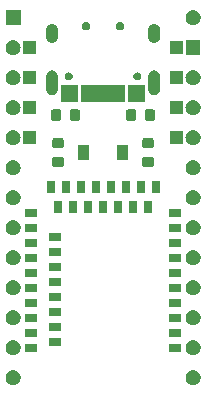
<source format=gts>
G04 #@! TF.GenerationSoftware,KiCad,Pcbnew,(5.1.6)-1*
G04 #@! TF.CreationDate,2020-06-11T17:33:57+01:00*
G04 #@! TF.ProjectId,nrfmicro,6e72666d-6963-4726-9f2e-6b696361645f,rev?*
G04 #@! TF.SameCoordinates,Original*
G04 #@! TF.FileFunction,Soldermask,Top*
G04 #@! TF.FilePolarity,Negative*
%FSLAX46Y46*%
G04 Gerber Fmt 4.6, Leading zero omitted, Abs format (unit mm)*
G04 Created by KiCad (PCBNEW (5.1.6)-1) date 2020-06-11 17:33:57*
%MOMM*%
%LPD*%
G01*
G04 APERTURE LIST*
%ADD10C,0.100000*%
G04 APERTURE END LIST*
D10*
G36*
X111607223Y-139682403D02*
G01*
X111665004Y-139706337D01*
X111722786Y-139730271D01*
X111826786Y-139799761D01*
X111915239Y-139888214D01*
X111984729Y-139992214D01*
X112032597Y-140107778D01*
X112057000Y-140230459D01*
X112057000Y-140355541D01*
X112032597Y-140478222D01*
X111984729Y-140593786D01*
X111915239Y-140697786D01*
X111826786Y-140786239D01*
X111722786Y-140855729D01*
X111665004Y-140879663D01*
X111607223Y-140903597D01*
X111484542Y-140928000D01*
X111359458Y-140928000D01*
X111236777Y-140903597D01*
X111178996Y-140879663D01*
X111121214Y-140855729D01*
X111017214Y-140786239D01*
X110928761Y-140697786D01*
X110859271Y-140593786D01*
X110811403Y-140478222D01*
X110787000Y-140355541D01*
X110787000Y-140230459D01*
X110811403Y-140107778D01*
X110859271Y-139992214D01*
X110928761Y-139888214D01*
X111017214Y-139799761D01*
X111121214Y-139730271D01*
X111178996Y-139706337D01*
X111236777Y-139682403D01*
X111359458Y-139658000D01*
X111484542Y-139658000D01*
X111607223Y-139682403D01*
G37*
G36*
X96367223Y-139682403D02*
G01*
X96425004Y-139706337D01*
X96482786Y-139730271D01*
X96586786Y-139799761D01*
X96675239Y-139888214D01*
X96744729Y-139992214D01*
X96792597Y-140107778D01*
X96817000Y-140230459D01*
X96817000Y-140355541D01*
X96792597Y-140478222D01*
X96744729Y-140593786D01*
X96675239Y-140697786D01*
X96586786Y-140786239D01*
X96482786Y-140855729D01*
X96425004Y-140879663D01*
X96367223Y-140903597D01*
X96244542Y-140928000D01*
X96119458Y-140928000D01*
X95996777Y-140903597D01*
X95938996Y-140879663D01*
X95881214Y-140855729D01*
X95777214Y-140786239D01*
X95688761Y-140697786D01*
X95619271Y-140593786D01*
X95571403Y-140478222D01*
X95547000Y-140355541D01*
X95547000Y-140230459D01*
X95571403Y-140107778D01*
X95619271Y-139992214D01*
X95688761Y-139888214D01*
X95777214Y-139799761D01*
X95881214Y-139730271D01*
X95938996Y-139706337D01*
X95996777Y-139682403D01*
X96119458Y-139658000D01*
X96244542Y-139658000D01*
X96367223Y-139682403D01*
G37*
G36*
X96367223Y-137142403D02*
G01*
X96425004Y-137166337D01*
X96482786Y-137190271D01*
X96586786Y-137259761D01*
X96675239Y-137348214D01*
X96744729Y-137452214D01*
X96792597Y-137567778D01*
X96817000Y-137690459D01*
X96817000Y-137815541D01*
X96792597Y-137938222D01*
X96744729Y-138053786D01*
X96675239Y-138157786D01*
X96586786Y-138246239D01*
X96482786Y-138315729D01*
X96425004Y-138339663D01*
X96367223Y-138363597D01*
X96244542Y-138388000D01*
X96119458Y-138388000D01*
X95996777Y-138363597D01*
X95938996Y-138339663D01*
X95881214Y-138315729D01*
X95777214Y-138246239D01*
X95688761Y-138157786D01*
X95619271Y-138053786D01*
X95571403Y-137938222D01*
X95547000Y-137815541D01*
X95547000Y-137690459D01*
X95571403Y-137567778D01*
X95619271Y-137452214D01*
X95688761Y-137348214D01*
X95777214Y-137259761D01*
X95881214Y-137190271D01*
X95938996Y-137166337D01*
X95996777Y-137142403D01*
X96119458Y-137118000D01*
X96244542Y-137118000D01*
X96367223Y-137142403D01*
G37*
G36*
X111607223Y-137142403D02*
G01*
X111665004Y-137166337D01*
X111722786Y-137190271D01*
X111826786Y-137259761D01*
X111915239Y-137348214D01*
X111984729Y-137452214D01*
X112032597Y-137567778D01*
X112057000Y-137690459D01*
X112057000Y-137815541D01*
X112032597Y-137938222D01*
X111984729Y-138053786D01*
X111915239Y-138157786D01*
X111826786Y-138246239D01*
X111722786Y-138315729D01*
X111665004Y-138339663D01*
X111607223Y-138363597D01*
X111484542Y-138388000D01*
X111359458Y-138388000D01*
X111236777Y-138363597D01*
X111178996Y-138339663D01*
X111121214Y-138315729D01*
X111017214Y-138246239D01*
X110928761Y-138157786D01*
X110859271Y-138053786D01*
X110811403Y-137938222D01*
X110787000Y-137815541D01*
X110787000Y-137690459D01*
X110811403Y-137567778D01*
X110859271Y-137452214D01*
X110928761Y-137348214D01*
X111017214Y-137259761D01*
X111121214Y-137190271D01*
X111178996Y-137166337D01*
X111236777Y-137142403D01*
X111359458Y-137118000D01*
X111484542Y-137118000D01*
X111607223Y-137142403D01*
G37*
G36*
X98183000Y-138138000D02*
G01*
X97183000Y-138138000D01*
X97183000Y-137488000D01*
X98183000Y-137488000D01*
X98183000Y-138138000D01*
G37*
G36*
X110421000Y-138138000D02*
G01*
X109421000Y-138138000D01*
X109421000Y-137488000D01*
X110421000Y-137488000D01*
X110421000Y-138138000D01*
G37*
G36*
X100261000Y-137630000D02*
G01*
X99261000Y-137630000D01*
X99261000Y-136980000D01*
X100261000Y-136980000D01*
X100261000Y-137630000D01*
G37*
G36*
X98183000Y-136868000D02*
G01*
X97183000Y-136868000D01*
X97183000Y-136218000D01*
X98183000Y-136218000D01*
X98183000Y-136868000D01*
G37*
G36*
X110421000Y-136868000D02*
G01*
X109421000Y-136868000D01*
X109421000Y-136218000D01*
X110421000Y-136218000D01*
X110421000Y-136868000D01*
G37*
G36*
X100261000Y-136360000D02*
G01*
X99261000Y-136360000D01*
X99261000Y-135710000D01*
X100261000Y-135710000D01*
X100261000Y-136360000D01*
G37*
G36*
X96367223Y-134602403D02*
G01*
X96425004Y-134626337D01*
X96482786Y-134650271D01*
X96586786Y-134719761D01*
X96675239Y-134808214D01*
X96744729Y-134912214D01*
X96792597Y-135027778D01*
X96817000Y-135150459D01*
X96817000Y-135275541D01*
X96792597Y-135398222D01*
X96744729Y-135513786D01*
X96675239Y-135617786D01*
X96586786Y-135706239D01*
X96482786Y-135775729D01*
X96425004Y-135799663D01*
X96367223Y-135823597D01*
X96244542Y-135848000D01*
X96119458Y-135848000D01*
X95996777Y-135823597D01*
X95938996Y-135799663D01*
X95881214Y-135775729D01*
X95777214Y-135706239D01*
X95688761Y-135617786D01*
X95619271Y-135513786D01*
X95571403Y-135398222D01*
X95547000Y-135275541D01*
X95547000Y-135150459D01*
X95571403Y-135027778D01*
X95619271Y-134912214D01*
X95688761Y-134808214D01*
X95777214Y-134719761D01*
X95881214Y-134650271D01*
X95938996Y-134626337D01*
X95996777Y-134602403D01*
X96119458Y-134578000D01*
X96244542Y-134578000D01*
X96367223Y-134602403D01*
G37*
G36*
X111607223Y-134602403D02*
G01*
X111665004Y-134626337D01*
X111722786Y-134650271D01*
X111826786Y-134719761D01*
X111915239Y-134808214D01*
X111984729Y-134912214D01*
X112032597Y-135027778D01*
X112057000Y-135150459D01*
X112057000Y-135275541D01*
X112032597Y-135398222D01*
X111984729Y-135513786D01*
X111915239Y-135617786D01*
X111826786Y-135706239D01*
X111722786Y-135775729D01*
X111665004Y-135799663D01*
X111607223Y-135823597D01*
X111484542Y-135848000D01*
X111359458Y-135848000D01*
X111236777Y-135823597D01*
X111178996Y-135799663D01*
X111121214Y-135775729D01*
X111017214Y-135706239D01*
X110928761Y-135617786D01*
X110859271Y-135513786D01*
X110811403Y-135398222D01*
X110787000Y-135275541D01*
X110787000Y-135150459D01*
X110811403Y-135027778D01*
X110859271Y-134912214D01*
X110928761Y-134808214D01*
X111017214Y-134719761D01*
X111121214Y-134650271D01*
X111178996Y-134626337D01*
X111236777Y-134602403D01*
X111359458Y-134578000D01*
X111484542Y-134578000D01*
X111607223Y-134602403D01*
G37*
G36*
X98183000Y-135598000D02*
G01*
X97183000Y-135598000D01*
X97183000Y-134948000D01*
X98183000Y-134948000D01*
X98183000Y-135598000D01*
G37*
G36*
X110421000Y-135598000D02*
G01*
X109421000Y-135598000D01*
X109421000Y-134948000D01*
X110421000Y-134948000D01*
X110421000Y-135598000D01*
G37*
G36*
X100261000Y-135090000D02*
G01*
X99261000Y-135090000D01*
X99261000Y-134440000D01*
X100261000Y-134440000D01*
X100261000Y-135090000D01*
G37*
G36*
X110421000Y-134328000D02*
G01*
X109421000Y-134328000D01*
X109421000Y-133678000D01*
X110421000Y-133678000D01*
X110421000Y-134328000D01*
G37*
G36*
X98183000Y-134328000D02*
G01*
X97183000Y-134328000D01*
X97183000Y-133678000D01*
X98183000Y-133678000D01*
X98183000Y-134328000D01*
G37*
G36*
X100261000Y-133820000D02*
G01*
X99261000Y-133820000D01*
X99261000Y-133170000D01*
X100261000Y-133170000D01*
X100261000Y-133820000D01*
G37*
G36*
X96367223Y-132062403D02*
G01*
X96425004Y-132086337D01*
X96482786Y-132110271D01*
X96586786Y-132179761D01*
X96675239Y-132268214D01*
X96744729Y-132372214D01*
X96792597Y-132487778D01*
X96817000Y-132610459D01*
X96817000Y-132735541D01*
X96792597Y-132858222D01*
X96744729Y-132973786D01*
X96675239Y-133077786D01*
X96586786Y-133166239D01*
X96482786Y-133235729D01*
X96425004Y-133259663D01*
X96367223Y-133283597D01*
X96244542Y-133308000D01*
X96119458Y-133308000D01*
X95996777Y-133283597D01*
X95938996Y-133259663D01*
X95881214Y-133235729D01*
X95777214Y-133166239D01*
X95688761Y-133077786D01*
X95619271Y-132973786D01*
X95571403Y-132858222D01*
X95547000Y-132735541D01*
X95547000Y-132610459D01*
X95571403Y-132487778D01*
X95619271Y-132372214D01*
X95688761Y-132268214D01*
X95777214Y-132179761D01*
X95881214Y-132110271D01*
X95938996Y-132086337D01*
X95996777Y-132062403D01*
X96119458Y-132038000D01*
X96244542Y-132038000D01*
X96367223Y-132062403D01*
G37*
G36*
X111607223Y-132062403D02*
G01*
X111665004Y-132086337D01*
X111722786Y-132110271D01*
X111826786Y-132179761D01*
X111915239Y-132268214D01*
X111984729Y-132372214D01*
X112032597Y-132487778D01*
X112057000Y-132610459D01*
X112057000Y-132735541D01*
X112032597Y-132858222D01*
X111984729Y-132973786D01*
X111915239Y-133077786D01*
X111826786Y-133166239D01*
X111722786Y-133235729D01*
X111665004Y-133259663D01*
X111607223Y-133283597D01*
X111484542Y-133308000D01*
X111359458Y-133308000D01*
X111236777Y-133283597D01*
X111178996Y-133259663D01*
X111121214Y-133235729D01*
X111017214Y-133166239D01*
X110928761Y-133077786D01*
X110859271Y-132973786D01*
X110811403Y-132858222D01*
X110787000Y-132735541D01*
X110787000Y-132610459D01*
X110811403Y-132487778D01*
X110859271Y-132372214D01*
X110928761Y-132268214D01*
X111017214Y-132179761D01*
X111121214Y-132110271D01*
X111178996Y-132086337D01*
X111236777Y-132062403D01*
X111359458Y-132038000D01*
X111484542Y-132038000D01*
X111607223Y-132062403D01*
G37*
G36*
X98183000Y-133058000D02*
G01*
X97183000Y-133058000D01*
X97183000Y-132408000D01*
X98183000Y-132408000D01*
X98183000Y-133058000D01*
G37*
G36*
X110421000Y-133058000D02*
G01*
X109421000Y-133058000D01*
X109421000Y-132408000D01*
X110421000Y-132408000D01*
X110421000Y-133058000D01*
G37*
G36*
X100261000Y-132550000D02*
G01*
X99261000Y-132550000D01*
X99261000Y-131900000D01*
X100261000Y-131900000D01*
X100261000Y-132550000D01*
G37*
G36*
X110421000Y-131788000D02*
G01*
X109421000Y-131788000D01*
X109421000Y-131138000D01*
X110421000Y-131138000D01*
X110421000Y-131788000D01*
G37*
G36*
X98183000Y-131788000D02*
G01*
X97183000Y-131788000D01*
X97183000Y-131138000D01*
X98183000Y-131138000D01*
X98183000Y-131788000D01*
G37*
G36*
X100261000Y-131280000D02*
G01*
X99261000Y-131280000D01*
X99261000Y-130630000D01*
X100261000Y-130630000D01*
X100261000Y-131280000D01*
G37*
G36*
X111607223Y-129522403D02*
G01*
X111665004Y-129546337D01*
X111722786Y-129570271D01*
X111826786Y-129639761D01*
X111915239Y-129728214D01*
X111984729Y-129832214D01*
X112032597Y-129947778D01*
X112057000Y-130070459D01*
X112057000Y-130195541D01*
X112032597Y-130318222D01*
X111984729Y-130433786D01*
X111915239Y-130537786D01*
X111826786Y-130626239D01*
X111722786Y-130695729D01*
X111665004Y-130719663D01*
X111607223Y-130743597D01*
X111484542Y-130768000D01*
X111359458Y-130768000D01*
X111236777Y-130743597D01*
X111178996Y-130719663D01*
X111121214Y-130695729D01*
X111017214Y-130626239D01*
X110928761Y-130537786D01*
X110859271Y-130433786D01*
X110811403Y-130318222D01*
X110787000Y-130195541D01*
X110787000Y-130070459D01*
X110811403Y-129947778D01*
X110859271Y-129832214D01*
X110928761Y-129728214D01*
X111017214Y-129639761D01*
X111121214Y-129570271D01*
X111178996Y-129546337D01*
X111236777Y-129522403D01*
X111359458Y-129498000D01*
X111484542Y-129498000D01*
X111607223Y-129522403D01*
G37*
G36*
X96367223Y-129522403D02*
G01*
X96425004Y-129546337D01*
X96482786Y-129570271D01*
X96586786Y-129639761D01*
X96675239Y-129728214D01*
X96744729Y-129832214D01*
X96792597Y-129947778D01*
X96817000Y-130070459D01*
X96817000Y-130195541D01*
X96792597Y-130318222D01*
X96744729Y-130433786D01*
X96675239Y-130537786D01*
X96586786Y-130626239D01*
X96482786Y-130695729D01*
X96425004Y-130719663D01*
X96367223Y-130743597D01*
X96244542Y-130768000D01*
X96119458Y-130768000D01*
X95996777Y-130743597D01*
X95938996Y-130719663D01*
X95881214Y-130695729D01*
X95777214Y-130626239D01*
X95688761Y-130537786D01*
X95619271Y-130433786D01*
X95571403Y-130318222D01*
X95547000Y-130195541D01*
X95547000Y-130070459D01*
X95571403Y-129947778D01*
X95619271Y-129832214D01*
X95688761Y-129728214D01*
X95777214Y-129639761D01*
X95881214Y-129570271D01*
X95938996Y-129546337D01*
X95996777Y-129522403D01*
X96119458Y-129498000D01*
X96244542Y-129498000D01*
X96367223Y-129522403D01*
G37*
G36*
X98183000Y-130518000D02*
G01*
X97183000Y-130518000D01*
X97183000Y-129868000D01*
X98183000Y-129868000D01*
X98183000Y-130518000D01*
G37*
G36*
X110421000Y-130518000D02*
G01*
X109421000Y-130518000D01*
X109421000Y-129868000D01*
X110421000Y-129868000D01*
X110421000Y-130518000D01*
G37*
G36*
X100261000Y-130010000D02*
G01*
X99261000Y-130010000D01*
X99261000Y-129360000D01*
X100261000Y-129360000D01*
X100261000Y-130010000D01*
G37*
G36*
X110421000Y-129248000D02*
G01*
X109421000Y-129248000D01*
X109421000Y-128598000D01*
X110421000Y-128598000D01*
X110421000Y-129248000D01*
G37*
G36*
X98183000Y-129248000D02*
G01*
X97183000Y-129248000D01*
X97183000Y-128598000D01*
X98183000Y-128598000D01*
X98183000Y-129248000D01*
G37*
G36*
X100261000Y-128740000D02*
G01*
X99261000Y-128740000D01*
X99261000Y-128090000D01*
X100261000Y-128090000D01*
X100261000Y-128740000D01*
G37*
G36*
X111607223Y-126982403D02*
G01*
X111665004Y-127006337D01*
X111722786Y-127030271D01*
X111826786Y-127099761D01*
X111915239Y-127188214D01*
X111984729Y-127292214D01*
X112032597Y-127407778D01*
X112057000Y-127530459D01*
X112057000Y-127655541D01*
X112032597Y-127778222D01*
X111984729Y-127893786D01*
X111915239Y-127997786D01*
X111826786Y-128086239D01*
X111722786Y-128155729D01*
X111665004Y-128179663D01*
X111607223Y-128203597D01*
X111484542Y-128228000D01*
X111359458Y-128228000D01*
X111236777Y-128203597D01*
X111178996Y-128179663D01*
X111121214Y-128155729D01*
X111017214Y-128086239D01*
X110928761Y-127997786D01*
X110859271Y-127893786D01*
X110811403Y-127778222D01*
X110787000Y-127655541D01*
X110787000Y-127530459D01*
X110811403Y-127407778D01*
X110859271Y-127292214D01*
X110928761Y-127188214D01*
X111017214Y-127099761D01*
X111121214Y-127030271D01*
X111178996Y-127006337D01*
X111236777Y-126982403D01*
X111359458Y-126958000D01*
X111484542Y-126958000D01*
X111607223Y-126982403D01*
G37*
G36*
X96367223Y-126982403D02*
G01*
X96425004Y-127006337D01*
X96482786Y-127030271D01*
X96586786Y-127099761D01*
X96675239Y-127188214D01*
X96744729Y-127292214D01*
X96792597Y-127407778D01*
X96817000Y-127530459D01*
X96817000Y-127655541D01*
X96792597Y-127778222D01*
X96744729Y-127893786D01*
X96675239Y-127997786D01*
X96586786Y-128086239D01*
X96482786Y-128155729D01*
X96425004Y-128179663D01*
X96367223Y-128203597D01*
X96244542Y-128228000D01*
X96119458Y-128228000D01*
X95996777Y-128203597D01*
X95938996Y-128179663D01*
X95881214Y-128155729D01*
X95777214Y-128086239D01*
X95688761Y-127997786D01*
X95619271Y-127893786D01*
X95571403Y-127778222D01*
X95547000Y-127655541D01*
X95547000Y-127530459D01*
X95571403Y-127407778D01*
X95619271Y-127292214D01*
X95688761Y-127188214D01*
X95777214Y-127099761D01*
X95881214Y-127030271D01*
X95938996Y-127006337D01*
X95996777Y-126982403D01*
X96119458Y-126958000D01*
X96244542Y-126958000D01*
X96367223Y-126982403D01*
G37*
G36*
X110421000Y-127978000D02*
G01*
X109421000Y-127978000D01*
X109421000Y-127328000D01*
X110421000Y-127328000D01*
X110421000Y-127978000D01*
G37*
G36*
X98183000Y-127978000D02*
G01*
X97183000Y-127978000D01*
X97183000Y-127328000D01*
X98183000Y-127328000D01*
X98183000Y-127978000D01*
G37*
G36*
X110421000Y-126708000D02*
G01*
X109421000Y-126708000D01*
X109421000Y-126058000D01*
X110421000Y-126058000D01*
X110421000Y-126708000D01*
G37*
G36*
X98183000Y-126708000D02*
G01*
X97183000Y-126708000D01*
X97183000Y-126058000D01*
X98183000Y-126058000D01*
X98183000Y-126708000D01*
G37*
G36*
X106690000Y-126375000D02*
G01*
X106040000Y-126375000D01*
X106040000Y-125375000D01*
X106690000Y-125375000D01*
X106690000Y-126375000D01*
G37*
G36*
X105420000Y-126375000D02*
G01*
X104770000Y-126375000D01*
X104770000Y-125375000D01*
X105420000Y-125375000D01*
X105420000Y-126375000D01*
G37*
G36*
X102880000Y-126375000D02*
G01*
X102230000Y-126375000D01*
X102230000Y-125375000D01*
X102880000Y-125375000D01*
X102880000Y-126375000D01*
G37*
G36*
X101610000Y-126375000D02*
G01*
X100960000Y-126375000D01*
X100960000Y-125375000D01*
X101610000Y-125375000D01*
X101610000Y-126375000D01*
G37*
G36*
X107960000Y-126375000D02*
G01*
X107310000Y-126375000D01*
X107310000Y-125375000D01*
X107960000Y-125375000D01*
X107960000Y-126375000D01*
G37*
G36*
X104150000Y-126375000D02*
G01*
X103500000Y-126375000D01*
X103500000Y-125375000D01*
X104150000Y-125375000D01*
X104150000Y-126375000D01*
G37*
G36*
X100340000Y-126375000D02*
G01*
X99690000Y-126375000D01*
X99690000Y-125375000D01*
X100340000Y-125375000D01*
X100340000Y-126375000D01*
G37*
G36*
X111607223Y-124442403D02*
G01*
X111665004Y-124466337D01*
X111722786Y-124490271D01*
X111826786Y-124559761D01*
X111915239Y-124648214D01*
X111984729Y-124752214D01*
X112032597Y-124867778D01*
X112057000Y-124990459D01*
X112057000Y-125115541D01*
X112032597Y-125238222D01*
X111984729Y-125353786D01*
X111915239Y-125457786D01*
X111826786Y-125546239D01*
X111722786Y-125615729D01*
X111665004Y-125639663D01*
X111607223Y-125663597D01*
X111484542Y-125688000D01*
X111359458Y-125688000D01*
X111236777Y-125663597D01*
X111178996Y-125639663D01*
X111121214Y-125615729D01*
X111017214Y-125546239D01*
X110928761Y-125457786D01*
X110859271Y-125353786D01*
X110811403Y-125238222D01*
X110787000Y-125115541D01*
X110787000Y-124990459D01*
X110811403Y-124867778D01*
X110859271Y-124752214D01*
X110928761Y-124648214D01*
X111017214Y-124559761D01*
X111121214Y-124490271D01*
X111178996Y-124466337D01*
X111236777Y-124442403D01*
X111359458Y-124418000D01*
X111484542Y-124418000D01*
X111607223Y-124442403D01*
G37*
G36*
X96367223Y-124442403D02*
G01*
X96425004Y-124466337D01*
X96482786Y-124490271D01*
X96586786Y-124559761D01*
X96675239Y-124648214D01*
X96744729Y-124752214D01*
X96792597Y-124867778D01*
X96817000Y-124990459D01*
X96817000Y-125115541D01*
X96792597Y-125238222D01*
X96744729Y-125353786D01*
X96675239Y-125457786D01*
X96586786Y-125546239D01*
X96482786Y-125615729D01*
X96425004Y-125639663D01*
X96367223Y-125663597D01*
X96244542Y-125688000D01*
X96119458Y-125688000D01*
X95996777Y-125663597D01*
X95938996Y-125639663D01*
X95881214Y-125615729D01*
X95777214Y-125546239D01*
X95688761Y-125457786D01*
X95619271Y-125353786D01*
X95571403Y-125238222D01*
X95547000Y-125115541D01*
X95547000Y-124990459D01*
X95571403Y-124867778D01*
X95619271Y-124752214D01*
X95688761Y-124648214D01*
X95777214Y-124559761D01*
X95881214Y-124490271D01*
X95938996Y-124466337D01*
X95996777Y-124442403D01*
X96119458Y-124418000D01*
X96244542Y-124418000D01*
X96367223Y-124442403D01*
G37*
G36*
X100977000Y-124664000D02*
G01*
X100327000Y-124664000D01*
X100327000Y-123664000D01*
X100977000Y-123664000D01*
X100977000Y-124664000D01*
G37*
G36*
X103517000Y-124664000D02*
G01*
X102867000Y-124664000D01*
X102867000Y-123664000D01*
X103517000Y-123664000D01*
X103517000Y-124664000D01*
G37*
G36*
X99707000Y-124664000D02*
G01*
X99057000Y-124664000D01*
X99057000Y-123664000D01*
X99707000Y-123664000D01*
X99707000Y-124664000D01*
G37*
G36*
X104787000Y-124664000D02*
G01*
X104137000Y-124664000D01*
X104137000Y-123664000D01*
X104787000Y-123664000D01*
X104787000Y-124664000D01*
G37*
G36*
X107327000Y-124664000D02*
G01*
X106677000Y-124664000D01*
X106677000Y-123664000D01*
X107327000Y-123664000D01*
X107327000Y-124664000D01*
G37*
G36*
X106057000Y-124664000D02*
G01*
X105407000Y-124664000D01*
X105407000Y-123664000D01*
X106057000Y-123664000D01*
X106057000Y-124664000D01*
G37*
G36*
X108597000Y-124664000D02*
G01*
X107947000Y-124664000D01*
X107947000Y-123664000D01*
X108597000Y-123664000D01*
X108597000Y-124664000D01*
G37*
G36*
X102247000Y-124664000D02*
G01*
X101597000Y-124664000D01*
X101597000Y-123664000D01*
X102247000Y-123664000D01*
X102247000Y-124664000D01*
G37*
G36*
X111607223Y-121902403D02*
G01*
X111665004Y-121926337D01*
X111722786Y-121950271D01*
X111826786Y-122019761D01*
X111915239Y-122108214D01*
X111984729Y-122212214D01*
X111984729Y-122212215D01*
X112032597Y-122327777D01*
X112046610Y-122398223D01*
X112057000Y-122450459D01*
X112057000Y-122575541D01*
X112032597Y-122698222D01*
X111984729Y-122813786D01*
X111915239Y-122917786D01*
X111826786Y-123006239D01*
X111722786Y-123075729D01*
X111665004Y-123099663D01*
X111607223Y-123123597D01*
X111484542Y-123148000D01*
X111359458Y-123148000D01*
X111236777Y-123123597D01*
X111178996Y-123099663D01*
X111121214Y-123075729D01*
X111017214Y-123006239D01*
X110928761Y-122917786D01*
X110859271Y-122813786D01*
X110811403Y-122698222D01*
X110787000Y-122575541D01*
X110787000Y-122450459D01*
X110797390Y-122398223D01*
X110811403Y-122327777D01*
X110859271Y-122212215D01*
X110859271Y-122212214D01*
X110928761Y-122108214D01*
X111017214Y-122019761D01*
X111121214Y-121950271D01*
X111178996Y-121926337D01*
X111236777Y-121902403D01*
X111359458Y-121878000D01*
X111484542Y-121878000D01*
X111607223Y-121902403D01*
G37*
G36*
X96367223Y-121902403D02*
G01*
X96425004Y-121926337D01*
X96482786Y-121950271D01*
X96586786Y-122019761D01*
X96675239Y-122108214D01*
X96744729Y-122212214D01*
X96744729Y-122212215D01*
X96792597Y-122327777D01*
X96806610Y-122398223D01*
X96817000Y-122450459D01*
X96817000Y-122575541D01*
X96792597Y-122698222D01*
X96744729Y-122813786D01*
X96675239Y-122917786D01*
X96586786Y-123006239D01*
X96482786Y-123075729D01*
X96425004Y-123099663D01*
X96367223Y-123123597D01*
X96244542Y-123148000D01*
X96119458Y-123148000D01*
X95996777Y-123123597D01*
X95938996Y-123099663D01*
X95881214Y-123075729D01*
X95777214Y-123006239D01*
X95688761Y-122917786D01*
X95619271Y-122813786D01*
X95571403Y-122698222D01*
X95547000Y-122575541D01*
X95547000Y-122450459D01*
X95557390Y-122398223D01*
X95571403Y-122327777D01*
X95619271Y-122212215D01*
X95619271Y-122212214D01*
X95688761Y-122108214D01*
X95777214Y-122019761D01*
X95881214Y-121950271D01*
X95938996Y-121926337D01*
X95996777Y-121902403D01*
X96119458Y-121878000D01*
X96244542Y-121878000D01*
X96367223Y-121902403D01*
G37*
G36*
X107961116Y-121596595D02*
G01*
X107990311Y-121605452D01*
X108017223Y-121619837D01*
X108040808Y-121639192D01*
X108060163Y-121662777D01*
X108074548Y-121689689D01*
X108083405Y-121718884D01*
X108087000Y-121755390D01*
X108087000Y-122305610D01*
X108083405Y-122342116D01*
X108074548Y-122371311D01*
X108060163Y-122398223D01*
X108040808Y-122421808D01*
X108017223Y-122441163D01*
X107990311Y-122455548D01*
X107961116Y-122464405D01*
X107924610Y-122468000D01*
X107299390Y-122468000D01*
X107262884Y-122464405D01*
X107233689Y-122455548D01*
X107206777Y-122441163D01*
X107183192Y-122421808D01*
X107163837Y-122398223D01*
X107149452Y-122371311D01*
X107140595Y-122342116D01*
X107137000Y-122305610D01*
X107137000Y-121755390D01*
X107140595Y-121718884D01*
X107149452Y-121689689D01*
X107163837Y-121662777D01*
X107183192Y-121639192D01*
X107206777Y-121619837D01*
X107233689Y-121605452D01*
X107262884Y-121596595D01*
X107299390Y-121593000D01*
X107924610Y-121593000D01*
X107961116Y-121596595D01*
G37*
G36*
X100340616Y-121596595D02*
G01*
X100369811Y-121605452D01*
X100396723Y-121619837D01*
X100420308Y-121639192D01*
X100439663Y-121662777D01*
X100454048Y-121689689D01*
X100462905Y-121718884D01*
X100466500Y-121755390D01*
X100466500Y-122305610D01*
X100462905Y-122342116D01*
X100454048Y-122371311D01*
X100439663Y-122398223D01*
X100420308Y-122421808D01*
X100396723Y-122441163D01*
X100369811Y-122455548D01*
X100340616Y-122464405D01*
X100304110Y-122468000D01*
X99678890Y-122468000D01*
X99642384Y-122464405D01*
X99613189Y-122455548D01*
X99586277Y-122441163D01*
X99562692Y-122421808D01*
X99543337Y-122398223D01*
X99528952Y-122371311D01*
X99520095Y-122342116D01*
X99516500Y-122305610D01*
X99516500Y-121755390D01*
X99520095Y-121718884D01*
X99528952Y-121689689D01*
X99543337Y-121662777D01*
X99562692Y-121639192D01*
X99586277Y-121619837D01*
X99613189Y-121605452D01*
X99642384Y-121596595D01*
X99678890Y-121593000D01*
X100304110Y-121593000D01*
X100340616Y-121596595D01*
G37*
G36*
X105902000Y-121843000D02*
G01*
X105002000Y-121843000D01*
X105002000Y-120643000D01*
X105902000Y-120643000D01*
X105902000Y-121843000D01*
G37*
G36*
X102602000Y-121843000D02*
G01*
X101702000Y-121843000D01*
X101702000Y-120643000D01*
X102602000Y-120643000D01*
X102602000Y-121843000D01*
G37*
G36*
X100340616Y-120021595D02*
G01*
X100369811Y-120030452D01*
X100396723Y-120044837D01*
X100420308Y-120064192D01*
X100439663Y-120087777D01*
X100454048Y-120114689D01*
X100462905Y-120143884D01*
X100466500Y-120180390D01*
X100466500Y-120730610D01*
X100462905Y-120767116D01*
X100454048Y-120796311D01*
X100439663Y-120823223D01*
X100420308Y-120846808D01*
X100396723Y-120866163D01*
X100369811Y-120880548D01*
X100340616Y-120889405D01*
X100304110Y-120893000D01*
X99678890Y-120893000D01*
X99642384Y-120889405D01*
X99613189Y-120880548D01*
X99586277Y-120866163D01*
X99562692Y-120846808D01*
X99543337Y-120823223D01*
X99528952Y-120796311D01*
X99520095Y-120767116D01*
X99516500Y-120730610D01*
X99516500Y-120180390D01*
X99520095Y-120143884D01*
X99528952Y-120114689D01*
X99543337Y-120087777D01*
X99562692Y-120064192D01*
X99586277Y-120044837D01*
X99613189Y-120030452D01*
X99642384Y-120021595D01*
X99678890Y-120018000D01*
X100304110Y-120018000D01*
X100340616Y-120021595D01*
G37*
G36*
X107961116Y-120021595D02*
G01*
X107990311Y-120030452D01*
X108017223Y-120044837D01*
X108040808Y-120064192D01*
X108060163Y-120087777D01*
X108074548Y-120114689D01*
X108083405Y-120143884D01*
X108087000Y-120180390D01*
X108087000Y-120730610D01*
X108083405Y-120767116D01*
X108074548Y-120796311D01*
X108060163Y-120823223D01*
X108040808Y-120846808D01*
X108017223Y-120866163D01*
X107990311Y-120880548D01*
X107961116Y-120889405D01*
X107924610Y-120893000D01*
X107299390Y-120893000D01*
X107262884Y-120889405D01*
X107233689Y-120880548D01*
X107206777Y-120866163D01*
X107183192Y-120846808D01*
X107163837Y-120823223D01*
X107149452Y-120796311D01*
X107140595Y-120767116D01*
X107137000Y-120730610D01*
X107137000Y-120180390D01*
X107140595Y-120143884D01*
X107149452Y-120114689D01*
X107163837Y-120087777D01*
X107183192Y-120064192D01*
X107206777Y-120044837D01*
X107233689Y-120030452D01*
X107262884Y-120021595D01*
X107299390Y-120018000D01*
X107924610Y-120018000D01*
X107961116Y-120021595D01*
G37*
G36*
X111607223Y-119362403D02*
G01*
X111665004Y-119386337D01*
X111722786Y-119410271D01*
X111826786Y-119479761D01*
X111915239Y-119568214D01*
X111984729Y-119672214D01*
X111984729Y-119672215D01*
X112032597Y-119787777D01*
X112057000Y-119910458D01*
X112057000Y-120035542D01*
X112041151Y-120115219D01*
X112032597Y-120158222D01*
X111984729Y-120273786D01*
X111915239Y-120377786D01*
X111826786Y-120466239D01*
X111722786Y-120535729D01*
X111665004Y-120559663D01*
X111607223Y-120583597D01*
X111484542Y-120608000D01*
X111359458Y-120608000D01*
X111236777Y-120583597D01*
X111178996Y-120559663D01*
X111121214Y-120535729D01*
X111017214Y-120466239D01*
X110928761Y-120377786D01*
X110859271Y-120273786D01*
X110811403Y-120158222D01*
X110802744Y-120114689D01*
X110790096Y-120051105D01*
X110782983Y-120027657D01*
X110771432Y-120006047D01*
X110755886Y-119987105D01*
X110738699Y-119973000D01*
X110755887Y-119958895D01*
X110771432Y-119939953D01*
X110782983Y-119918342D01*
X110790096Y-119894894D01*
X110811403Y-119787778D01*
X110859271Y-119672214D01*
X110928761Y-119568214D01*
X111017214Y-119479761D01*
X111121214Y-119410271D01*
X111178996Y-119386337D01*
X111236777Y-119362403D01*
X111359458Y-119338000D01*
X111484542Y-119338000D01*
X111607223Y-119362403D01*
G37*
G36*
X96367223Y-119362403D02*
G01*
X96425004Y-119386337D01*
X96482786Y-119410271D01*
X96586786Y-119479761D01*
X96675239Y-119568214D01*
X96744729Y-119672214D01*
X96792597Y-119787778D01*
X96813404Y-119892381D01*
X96820517Y-119915830D01*
X96832068Y-119937440D01*
X96847614Y-119956382D01*
X96866556Y-119971927D01*
X96868563Y-119973000D01*
X96866555Y-119974073D01*
X96847613Y-119989618D01*
X96832068Y-120008560D01*
X96820517Y-120030171D01*
X96813405Y-120053617D01*
X96801151Y-120115219D01*
X96792597Y-120158222D01*
X96744729Y-120273786D01*
X96675239Y-120377786D01*
X96586786Y-120466239D01*
X96482786Y-120535729D01*
X96425004Y-120559663D01*
X96367223Y-120583597D01*
X96244542Y-120608000D01*
X96119458Y-120608000D01*
X95996777Y-120583597D01*
X95938996Y-120559663D01*
X95881214Y-120535729D01*
X95777214Y-120466239D01*
X95688761Y-120377786D01*
X95619271Y-120273786D01*
X95571403Y-120158222D01*
X95562849Y-120115219D01*
X95547000Y-120035542D01*
X95547000Y-119910458D01*
X95571403Y-119787777D01*
X95619271Y-119672215D01*
X95619271Y-119672214D01*
X95688761Y-119568214D01*
X95777214Y-119479761D01*
X95881214Y-119410271D01*
X95938996Y-119386337D01*
X95996777Y-119362403D01*
X96119458Y-119338000D01*
X96244542Y-119338000D01*
X96367223Y-119362403D01*
G37*
G36*
X98096000Y-120544500D02*
G01*
X97061000Y-120544500D01*
X97061000Y-120078006D01*
X97058598Y-120053620D01*
X97051485Y-120030171D01*
X97039934Y-120008560D01*
X97024389Y-119989618D01*
X97005447Y-119974073D01*
X97003440Y-119973000D01*
X97005447Y-119971927D01*
X97024389Y-119956381D01*
X97039934Y-119937439D01*
X97051485Y-119915829D01*
X97058598Y-119892380D01*
X97061000Y-119867994D01*
X97061000Y-119401500D01*
X98096000Y-119401500D01*
X98096000Y-120544500D01*
G37*
G36*
X110542500Y-119870507D02*
G01*
X110544902Y-119894893D01*
X110552015Y-119918342D01*
X110563566Y-119939953D01*
X110579111Y-119958895D01*
X110596298Y-119973000D01*
X110579111Y-119987106D01*
X110563566Y-120006048D01*
X110552015Y-120027659D01*
X110544902Y-120051108D01*
X110542500Y-120075493D01*
X110542500Y-120544500D01*
X109507500Y-120544500D01*
X109507500Y-119401500D01*
X110542500Y-119401500D01*
X110542500Y-119870507D01*
G37*
G36*
X100151116Y-117596595D02*
G01*
X100180311Y-117605452D01*
X100207223Y-117619837D01*
X100230808Y-117639192D01*
X100250163Y-117662777D01*
X100264548Y-117689689D01*
X100273405Y-117718884D01*
X100277000Y-117755390D01*
X100277000Y-118380610D01*
X100273405Y-118417116D01*
X100264548Y-118446311D01*
X100250163Y-118473223D01*
X100230808Y-118496808D01*
X100207223Y-118516163D01*
X100180311Y-118530548D01*
X100151116Y-118539405D01*
X100114610Y-118543000D01*
X99564390Y-118543000D01*
X99527884Y-118539405D01*
X99498689Y-118530548D01*
X99471777Y-118516163D01*
X99448192Y-118496808D01*
X99428837Y-118473223D01*
X99414452Y-118446311D01*
X99405595Y-118417116D01*
X99402000Y-118380610D01*
X99402000Y-117755390D01*
X99405595Y-117718884D01*
X99414452Y-117689689D01*
X99428837Y-117662777D01*
X99448192Y-117639192D01*
X99471777Y-117619837D01*
X99498689Y-117605452D01*
X99527884Y-117596595D01*
X99564390Y-117593000D01*
X100114610Y-117593000D01*
X100151116Y-117596595D01*
G37*
G36*
X108076116Y-117596595D02*
G01*
X108105311Y-117605452D01*
X108132223Y-117619837D01*
X108155808Y-117639192D01*
X108175163Y-117662777D01*
X108189548Y-117689689D01*
X108198405Y-117718884D01*
X108202000Y-117755390D01*
X108202000Y-118380610D01*
X108198405Y-118417116D01*
X108189548Y-118446311D01*
X108175163Y-118473223D01*
X108155808Y-118496808D01*
X108132223Y-118516163D01*
X108105311Y-118530548D01*
X108076116Y-118539405D01*
X108039610Y-118543000D01*
X107489390Y-118543000D01*
X107452884Y-118539405D01*
X107423689Y-118530548D01*
X107396777Y-118516163D01*
X107373192Y-118496808D01*
X107353837Y-118473223D01*
X107339452Y-118446311D01*
X107330595Y-118417116D01*
X107327000Y-118380610D01*
X107327000Y-117755390D01*
X107330595Y-117718884D01*
X107339452Y-117689689D01*
X107353837Y-117662777D01*
X107373192Y-117639192D01*
X107396777Y-117619837D01*
X107423689Y-117605452D01*
X107452884Y-117596595D01*
X107489390Y-117593000D01*
X108039610Y-117593000D01*
X108076116Y-117596595D01*
G37*
G36*
X101726116Y-117596595D02*
G01*
X101755311Y-117605452D01*
X101782223Y-117619837D01*
X101805808Y-117639192D01*
X101825163Y-117662777D01*
X101839548Y-117689689D01*
X101848405Y-117718884D01*
X101852000Y-117755390D01*
X101852000Y-118380610D01*
X101848405Y-118417116D01*
X101839548Y-118446311D01*
X101825163Y-118473223D01*
X101805808Y-118496808D01*
X101782223Y-118516163D01*
X101755311Y-118530548D01*
X101726116Y-118539405D01*
X101689610Y-118543000D01*
X101139390Y-118543000D01*
X101102884Y-118539405D01*
X101073689Y-118530548D01*
X101046777Y-118516163D01*
X101023192Y-118496808D01*
X101003837Y-118473223D01*
X100989452Y-118446311D01*
X100980595Y-118417116D01*
X100977000Y-118380610D01*
X100977000Y-117755390D01*
X100980595Y-117718884D01*
X100989452Y-117689689D01*
X101003837Y-117662777D01*
X101023192Y-117639192D01*
X101046777Y-117619837D01*
X101073689Y-117605452D01*
X101102884Y-117596595D01*
X101139390Y-117593000D01*
X101689610Y-117593000D01*
X101726116Y-117596595D01*
G37*
G36*
X106501116Y-117596595D02*
G01*
X106530311Y-117605452D01*
X106557223Y-117619837D01*
X106580808Y-117639192D01*
X106600163Y-117662777D01*
X106614548Y-117689689D01*
X106623405Y-117718884D01*
X106627000Y-117755390D01*
X106627000Y-118380610D01*
X106623405Y-118417116D01*
X106614548Y-118446311D01*
X106600163Y-118473223D01*
X106580808Y-118496808D01*
X106557223Y-118516163D01*
X106530311Y-118530548D01*
X106501116Y-118539405D01*
X106464610Y-118543000D01*
X105914390Y-118543000D01*
X105877884Y-118539405D01*
X105848689Y-118530548D01*
X105821777Y-118516163D01*
X105798192Y-118496808D01*
X105778837Y-118473223D01*
X105764452Y-118446311D01*
X105755595Y-118417116D01*
X105752000Y-118380610D01*
X105752000Y-117755390D01*
X105755595Y-117718884D01*
X105764452Y-117689689D01*
X105778837Y-117662777D01*
X105798192Y-117639192D01*
X105821777Y-117619837D01*
X105848689Y-117605452D01*
X105877884Y-117596595D01*
X105914390Y-117593000D01*
X106464610Y-117593000D01*
X106501116Y-117596595D01*
G37*
G36*
X96367223Y-116822403D02*
G01*
X96425004Y-116846337D01*
X96482786Y-116870271D01*
X96586786Y-116939761D01*
X96675239Y-117028214D01*
X96744729Y-117132214D01*
X96792597Y-117247778D01*
X96813404Y-117352381D01*
X96820517Y-117375830D01*
X96832068Y-117397440D01*
X96847614Y-117416382D01*
X96866556Y-117431927D01*
X96868563Y-117433000D01*
X96866555Y-117434073D01*
X96847613Y-117449618D01*
X96832068Y-117468560D01*
X96820517Y-117490171D01*
X96813404Y-117513619D01*
X96792597Y-117618222D01*
X96744729Y-117733786D01*
X96675239Y-117837786D01*
X96586786Y-117926239D01*
X96482786Y-117995729D01*
X96425004Y-118019663D01*
X96367223Y-118043597D01*
X96244542Y-118068000D01*
X96119458Y-118068000D01*
X95996777Y-118043597D01*
X95938996Y-118019663D01*
X95881214Y-117995729D01*
X95777214Y-117926239D01*
X95688761Y-117837786D01*
X95619271Y-117733786D01*
X95571403Y-117618222D01*
X95547000Y-117495541D01*
X95547000Y-117370459D01*
X95571403Y-117247778D01*
X95619271Y-117132214D01*
X95688761Y-117028214D01*
X95777214Y-116939761D01*
X95881214Y-116870271D01*
X95938996Y-116846337D01*
X95996777Y-116822403D01*
X96119458Y-116798000D01*
X96244542Y-116798000D01*
X96367223Y-116822403D01*
G37*
G36*
X111607223Y-116822403D02*
G01*
X111665004Y-116846337D01*
X111722786Y-116870271D01*
X111826786Y-116939761D01*
X111915239Y-117028214D01*
X111984729Y-117132214D01*
X112032597Y-117247778D01*
X112057000Y-117370459D01*
X112057000Y-117495541D01*
X112032597Y-117618222D01*
X111984729Y-117733786D01*
X111915239Y-117837786D01*
X111826786Y-117926239D01*
X111722786Y-117995729D01*
X111665004Y-118019663D01*
X111607223Y-118043597D01*
X111484542Y-118068000D01*
X111359458Y-118068000D01*
X111236777Y-118043597D01*
X111178996Y-118019663D01*
X111121214Y-117995729D01*
X111017214Y-117926239D01*
X110928761Y-117837786D01*
X110859271Y-117733786D01*
X110811403Y-117618222D01*
X110790096Y-117511106D01*
X110782983Y-117487657D01*
X110771432Y-117466047D01*
X110755886Y-117447105D01*
X110738699Y-117433000D01*
X110755887Y-117418895D01*
X110771432Y-117399953D01*
X110782983Y-117378342D01*
X110790096Y-117354894D01*
X110811403Y-117247778D01*
X110859271Y-117132214D01*
X110928761Y-117028214D01*
X111017214Y-116939761D01*
X111121214Y-116870271D01*
X111178996Y-116846337D01*
X111236777Y-116822403D01*
X111359458Y-116798000D01*
X111484542Y-116798000D01*
X111607223Y-116822403D01*
G37*
G36*
X110542500Y-117330507D02*
G01*
X110544902Y-117354893D01*
X110552015Y-117378342D01*
X110563566Y-117399953D01*
X110579111Y-117418895D01*
X110596298Y-117433000D01*
X110579111Y-117447106D01*
X110563566Y-117466048D01*
X110552015Y-117487659D01*
X110544902Y-117511108D01*
X110542500Y-117535493D01*
X110542500Y-118004500D01*
X109507500Y-118004500D01*
X109507500Y-116861500D01*
X110542500Y-116861500D01*
X110542500Y-117330507D01*
G37*
G36*
X98096000Y-118004500D02*
G01*
X97061000Y-118004500D01*
X97061000Y-117538006D01*
X97058598Y-117513620D01*
X97051485Y-117490171D01*
X97039934Y-117468560D01*
X97024389Y-117449618D01*
X97005447Y-117434073D01*
X97003440Y-117433000D01*
X97005447Y-117431927D01*
X97024389Y-117416381D01*
X97039934Y-117397439D01*
X97051485Y-117375829D01*
X97058598Y-117352380D01*
X97061000Y-117327994D01*
X97061000Y-116861500D01*
X98096000Y-116861500D01*
X98096000Y-118004500D01*
G37*
G36*
X107327000Y-116963000D02*
G01*
X105952000Y-116963000D01*
X105952000Y-115513000D01*
X107327000Y-115513000D01*
X107327000Y-116963000D01*
G37*
G36*
X101652000Y-116963000D02*
G01*
X100277000Y-116963000D01*
X100277000Y-115513000D01*
X101652000Y-115513000D01*
X101652000Y-116963000D01*
G37*
G36*
X105702000Y-116963000D02*
G01*
X101902000Y-116963000D01*
X101902000Y-115513000D01*
X105702000Y-115513000D01*
X105702000Y-116963000D01*
G37*
G36*
X99580015Y-114280234D02*
G01*
X99674270Y-114308826D01*
X99761128Y-114355253D01*
X99837264Y-114417736D01*
X99899747Y-114493872D01*
X99946174Y-114580730D01*
X99974766Y-114674985D01*
X99982000Y-114748436D01*
X99982000Y-115897564D01*
X99974766Y-115971015D01*
X99946174Y-116065270D01*
X99899747Y-116152128D01*
X99899746Y-116152129D01*
X99837264Y-116228264D01*
X99761129Y-116290746D01*
X99761127Y-116290747D01*
X99674269Y-116337174D01*
X99580014Y-116365766D01*
X99482000Y-116375419D01*
X99383985Y-116365766D01*
X99289730Y-116337174D01*
X99202872Y-116290747D01*
X99189219Y-116279542D01*
X99126736Y-116228264D01*
X99064254Y-116152129D01*
X99017827Y-116065270D01*
X99017826Y-116065269D01*
X98989234Y-115971014D01*
X98982000Y-115897563D01*
X98982001Y-114748436D01*
X98989235Y-114674985D01*
X99017827Y-114580730D01*
X99064254Y-114493872D01*
X99126737Y-114417736D01*
X99202873Y-114355253D01*
X99289731Y-114308826D01*
X99383986Y-114280234D01*
X99482000Y-114270581D01*
X99580015Y-114280234D01*
G37*
G36*
X108220015Y-114280234D02*
G01*
X108314270Y-114308826D01*
X108401128Y-114355253D01*
X108477264Y-114417736D01*
X108539747Y-114493872D01*
X108586174Y-114580730D01*
X108614766Y-114674985D01*
X108622000Y-114748436D01*
X108622000Y-115897564D01*
X108614766Y-115971015D01*
X108586174Y-116065270D01*
X108539747Y-116152128D01*
X108539746Y-116152129D01*
X108477264Y-116228264D01*
X108401129Y-116290746D01*
X108401127Y-116290747D01*
X108314269Y-116337174D01*
X108220014Y-116365766D01*
X108122000Y-116375419D01*
X108023985Y-116365766D01*
X107929730Y-116337174D01*
X107842872Y-116290747D01*
X107829219Y-116279542D01*
X107766736Y-116228264D01*
X107704254Y-116152129D01*
X107657827Y-116065270D01*
X107657826Y-116065269D01*
X107629234Y-115971014D01*
X107622000Y-115897563D01*
X107622001Y-114748436D01*
X107629235Y-114674985D01*
X107657827Y-114580730D01*
X107704254Y-114493872D01*
X107766737Y-114417736D01*
X107842873Y-114355253D01*
X107929731Y-114308826D01*
X108023986Y-114280234D01*
X108122000Y-114270581D01*
X108220015Y-114280234D01*
G37*
G36*
X96367223Y-114282403D02*
G01*
X96425004Y-114306337D01*
X96482786Y-114330271D01*
X96586786Y-114399761D01*
X96675239Y-114488214D01*
X96744729Y-114592214D01*
X96744729Y-114592215D01*
X96792597Y-114707777D01*
X96800685Y-114748436D01*
X96813404Y-114812381D01*
X96820517Y-114835830D01*
X96832068Y-114857440D01*
X96847614Y-114876382D01*
X96866556Y-114891927D01*
X96868563Y-114893000D01*
X96866555Y-114894073D01*
X96847613Y-114909618D01*
X96832068Y-114928560D01*
X96820517Y-114950171D01*
X96813405Y-114973617D01*
X96792597Y-115078223D01*
X96768663Y-115136004D01*
X96744729Y-115193786D01*
X96675239Y-115297786D01*
X96586786Y-115386239D01*
X96482786Y-115455729D01*
X96425004Y-115479663D01*
X96367223Y-115503597D01*
X96244542Y-115528000D01*
X96119458Y-115528000D01*
X95996777Y-115503597D01*
X95938996Y-115479663D01*
X95881214Y-115455729D01*
X95777214Y-115386239D01*
X95688761Y-115297786D01*
X95619271Y-115193786D01*
X95595337Y-115136004D01*
X95571403Y-115078223D01*
X95547000Y-114955542D01*
X95547000Y-114830458D01*
X95571403Y-114707777D01*
X95619271Y-114592215D01*
X95619271Y-114592214D01*
X95688761Y-114488214D01*
X95777214Y-114399761D01*
X95881214Y-114330271D01*
X95938996Y-114306337D01*
X95996777Y-114282403D01*
X96119458Y-114258000D01*
X96244542Y-114258000D01*
X96367223Y-114282403D01*
G37*
G36*
X111607223Y-114282403D02*
G01*
X111665004Y-114306337D01*
X111722786Y-114330271D01*
X111826786Y-114399761D01*
X111915239Y-114488214D01*
X111984729Y-114592214D01*
X111984729Y-114592215D01*
X112032597Y-114707777D01*
X112057000Y-114830458D01*
X112057000Y-114955542D01*
X112032597Y-115078223D01*
X112008663Y-115136004D01*
X111984729Y-115193786D01*
X111915239Y-115297786D01*
X111826786Y-115386239D01*
X111722786Y-115455729D01*
X111665004Y-115479663D01*
X111607223Y-115503597D01*
X111484542Y-115528000D01*
X111359458Y-115528000D01*
X111236777Y-115503597D01*
X111178996Y-115479663D01*
X111121214Y-115455729D01*
X111017214Y-115386239D01*
X110928761Y-115297786D01*
X110859271Y-115193786D01*
X110835337Y-115136004D01*
X110811403Y-115078223D01*
X110790096Y-114971105D01*
X110782983Y-114947657D01*
X110771432Y-114926047D01*
X110755886Y-114907105D01*
X110738699Y-114893000D01*
X110755887Y-114878895D01*
X110771432Y-114859953D01*
X110782983Y-114838342D01*
X110790096Y-114814894D01*
X110803315Y-114748440D01*
X110811403Y-114707777D01*
X110859271Y-114592215D01*
X110859271Y-114592214D01*
X110928761Y-114488214D01*
X111017214Y-114399761D01*
X111121214Y-114330271D01*
X111178996Y-114306337D01*
X111236777Y-114282403D01*
X111359458Y-114258000D01*
X111484542Y-114258000D01*
X111607223Y-114282403D01*
G37*
G36*
X110542500Y-114790507D02*
G01*
X110544902Y-114814893D01*
X110552015Y-114838342D01*
X110563566Y-114859953D01*
X110579111Y-114878895D01*
X110596298Y-114893000D01*
X110579111Y-114907106D01*
X110563566Y-114926048D01*
X110552015Y-114947659D01*
X110544902Y-114971108D01*
X110542500Y-114995493D01*
X110542500Y-115464500D01*
X109507500Y-115464500D01*
X109507500Y-114321500D01*
X110542500Y-114321500D01*
X110542500Y-114790507D01*
G37*
G36*
X98096000Y-115464500D02*
G01*
X97061000Y-115464500D01*
X97061000Y-114998006D01*
X97058598Y-114973620D01*
X97051485Y-114950171D01*
X97039934Y-114928560D01*
X97024389Y-114909618D01*
X97005447Y-114894073D01*
X97003440Y-114893000D01*
X97005447Y-114891927D01*
X97024389Y-114876381D01*
X97039934Y-114857439D01*
X97051485Y-114835829D01*
X97058598Y-114812380D01*
X97061000Y-114787994D01*
X97061000Y-114321500D01*
X98096000Y-114321500D01*
X98096000Y-115464500D01*
G37*
G36*
X106786799Y-114480489D02*
G01*
X106845945Y-114504988D01*
X106899176Y-114540556D01*
X106944444Y-114585824D01*
X106980012Y-114639055D01*
X107004511Y-114698201D01*
X107017000Y-114760990D01*
X107017000Y-114825010D01*
X107004511Y-114887799D01*
X106980012Y-114946945D01*
X106944444Y-115000176D01*
X106899176Y-115045444D01*
X106845945Y-115081012D01*
X106786799Y-115105511D01*
X106724010Y-115118000D01*
X106659990Y-115118000D01*
X106597201Y-115105511D01*
X106538055Y-115081012D01*
X106484824Y-115045444D01*
X106439556Y-115000176D01*
X106403988Y-114946945D01*
X106379489Y-114887799D01*
X106367000Y-114825010D01*
X106367000Y-114760990D01*
X106379489Y-114698201D01*
X106403988Y-114639055D01*
X106439556Y-114585824D01*
X106484824Y-114540556D01*
X106538055Y-114504988D01*
X106597201Y-114480489D01*
X106659990Y-114468000D01*
X106724010Y-114468000D01*
X106786799Y-114480489D01*
G37*
G36*
X101006799Y-114480489D02*
G01*
X101065945Y-114504988D01*
X101119176Y-114540556D01*
X101164444Y-114585824D01*
X101200012Y-114639055D01*
X101224511Y-114698201D01*
X101237000Y-114760990D01*
X101237000Y-114825010D01*
X101224511Y-114887799D01*
X101200012Y-114946945D01*
X101164444Y-115000176D01*
X101119176Y-115045444D01*
X101065945Y-115081012D01*
X101006799Y-115105511D01*
X100944010Y-115118000D01*
X100879990Y-115118000D01*
X100817201Y-115105511D01*
X100758055Y-115081012D01*
X100704824Y-115045444D01*
X100659556Y-115000176D01*
X100623988Y-114946945D01*
X100599489Y-114887799D01*
X100587000Y-114825010D01*
X100587000Y-114760990D01*
X100599489Y-114698201D01*
X100623988Y-114639055D01*
X100659556Y-114585824D01*
X100704824Y-114540556D01*
X100758055Y-114504988D01*
X100817201Y-114480489D01*
X100879990Y-114468000D01*
X100944010Y-114468000D01*
X101006799Y-114480489D01*
G37*
G36*
X96367223Y-111742403D02*
G01*
X96425004Y-111766337D01*
X96482786Y-111790271D01*
X96586786Y-111859761D01*
X96675239Y-111948214D01*
X96744729Y-112052214D01*
X96792597Y-112167778D01*
X96813404Y-112272381D01*
X96820517Y-112295830D01*
X96832068Y-112317440D01*
X96847614Y-112336382D01*
X96866556Y-112351927D01*
X96868563Y-112353000D01*
X96866555Y-112354073D01*
X96847613Y-112369618D01*
X96832068Y-112388560D01*
X96820517Y-112410171D01*
X96813404Y-112433619D01*
X96792597Y-112538222D01*
X96744729Y-112653786D01*
X96675239Y-112757786D01*
X96586786Y-112846239D01*
X96482786Y-112915729D01*
X96425004Y-112939663D01*
X96367223Y-112963597D01*
X96244542Y-112988000D01*
X96119458Y-112988000D01*
X95996777Y-112963597D01*
X95938996Y-112939663D01*
X95881214Y-112915729D01*
X95777214Y-112846239D01*
X95688761Y-112757786D01*
X95619271Y-112653786D01*
X95571403Y-112538222D01*
X95547000Y-112415541D01*
X95547000Y-112290459D01*
X95571403Y-112167778D01*
X95619271Y-112052214D01*
X95688761Y-111948214D01*
X95777214Y-111859761D01*
X95881214Y-111790271D01*
X95938996Y-111766337D01*
X95996777Y-111742403D01*
X96119458Y-111718000D01*
X96244542Y-111718000D01*
X96367223Y-111742403D01*
G37*
G36*
X112047000Y-112978000D02*
G01*
X110797000Y-112978000D01*
X110797000Y-111728000D01*
X112047000Y-111728000D01*
X112047000Y-112978000D01*
G37*
G36*
X98096000Y-112924500D02*
G01*
X97061000Y-112924500D01*
X97061000Y-112458006D01*
X97058598Y-112433620D01*
X97051485Y-112410171D01*
X97039934Y-112388560D01*
X97024389Y-112369618D01*
X97005447Y-112354073D01*
X97003440Y-112353000D01*
X97005447Y-112351927D01*
X97024389Y-112336381D01*
X97039934Y-112317439D01*
X97051485Y-112295829D01*
X97058598Y-112272380D01*
X97061000Y-112247994D01*
X97061000Y-111781500D01*
X98096000Y-111781500D01*
X98096000Y-112924500D01*
G37*
G36*
X110542500Y-112924500D02*
G01*
X109507500Y-112924500D01*
X109507500Y-111781500D01*
X110542500Y-111781500D01*
X110542500Y-112924500D01*
G37*
G36*
X108220015Y-110350234D02*
G01*
X108314270Y-110378826D01*
X108401128Y-110425253D01*
X108477264Y-110487736D01*
X108539747Y-110563872D01*
X108586174Y-110650730D01*
X108614766Y-110744985D01*
X108622000Y-110818436D01*
X108622000Y-111467564D01*
X108614766Y-111541015D01*
X108586174Y-111635270D01*
X108539747Y-111722128D01*
X108539746Y-111722129D01*
X108477264Y-111798264D01*
X108401129Y-111860746D01*
X108401127Y-111860747D01*
X108314269Y-111907174D01*
X108220014Y-111935766D01*
X108122000Y-111945419D01*
X108023985Y-111935766D01*
X107929730Y-111907174D01*
X107842872Y-111860747D01*
X107829219Y-111849542D01*
X107766736Y-111798264D01*
X107704254Y-111722129D01*
X107657827Y-111635270D01*
X107657826Y-111635269D01*
X107629234Y-111541014D01*
X107622000Y-111467563D01*
X107622000Y-110818436D01*
X107629234Y-110744985D01*
X107657825Y-110650732D01*
X107704255Y-110563870D01*
X107766737Y-110487736D01*
X107842873Y-110425253D01*
X107929731Y-110378826D01*
X108023986Y-110350234D01*
X108122000Y-110340581D01*
X108220015Y-110350234D01*
G37*
G36*
X99580015Y-110350234D02*
G01*
X99674270Y-110378826D01*
X99761128Y-110425253D01*
X99837264Y-110487736D01*
X99899747Y-110563872D01*
X99946174Y-110650730D01*
X99974766Y-110744985D01*
X99982000Y-110818436D01*
X99982000Y-111467564D01*
X99974766Y-111541015D01*
X99946174Y-111635270D01*
X99899747Y-111722128D01*
X99899746Y-111722129D01*
X99837264Y-111798264D01*
X99761129Y-111860746D01*
X99761127Y-111860747D01*
X99674269Y-111907174D01*
X99580014Y-111935766D01*
X99482000Y-111945419D01*
X99383985Y-111935766D01*
X99289730Y-111907174D01*
X99202872Y-111860747D01*
X99189219Y-111849542D01*
X99126736Y-111798264D01*
X99064254Y-111722129D01*
X99017827Y-111635270D01*
X99017826Y-111635269D01*
X98989234Y-111541014D01*
X98982000Y-111467563D01*
X98982000Y-110818436D01*
X98989234Y-110744985D01*
X99017825Y-110650732D01*
X99064255Y-110563870D01*
X99126737Y-110487736D01*
X99202873Y-110425253D01*
X99289731Y-110378826D01*
X99383986Y-110350234D01*
X99482000Y-110340581D01*
X99580015Y-110350234D01*
G37*
G36*
X105303377Y-110181362D02*
G01*
X105354091Y-110191450D01*
X105417787Y-110217834D01*
X105475112Y-110256137D01*
X105523863Y-110304888D01*
X105562166Y-110362213D01*
X105588550Y-110425909D01*
X105602000Y-110493528D01*
X105602000Y-110562472D01*
X105588550Y-110630091D01*
X105562166Y-110693787D01*
X105523863Y-110751112D01*
X105475112Y-110799863D01*
X105417787Y-110838166D01*
X105354091Y-110864550D01*
X105303377Y-110874637D01*
X105286473Y-110878000D01*
X105217527Y-110878000D01*
X105200623Y-110874637D01*
X105149909Y-110864550D01*
X105086213Y-110838166D01*
X105028888Y-110799863D01*
X104980137Y-110751112D01*
X104941834Y-110693787D01*
X104915450Y-110630091D01*
X104902000Y-110562472D01*
X104902000Y-110493528D01*
X104915450Y-110425909D01*
X104941834Y-110362213D01*
X104980137Y-110304888D01*
X105028888Y-110256137D01*
X105086213Y-110217834D01*
X105149909Y-110191450D01*
X105200623Y-110181362D01*
X105217527Y-110178000D01*
X105286473Y-110178000D01*
X105303377Y-110181362D01*
G37*
G36*
X102403377Y-110181362D02*
G01*
X102454091Y-110191450D01*
X102517787Y-110217834D01*
X102575112Y-110256137D01*
X102623863Y-110304888D01*
X102662166Y-110362213D01*
X102688550Y-110425909D01*
X102702000Y-110493528D01*
X102702000Y-110562472D01*
X102688550Y-110630091D01*
X102662166Y-110693787D01*
X102623863Y-110751112D01*
X102575112Y-110799863D01*
X102517787Y-110838166D01*
X102454091Y-110864550D01*
X102403377Y-110874637D01*
X102386473Y-110878000D01*
X102317527Y-110878000D01*
X102300623Y-110874637D01*
X102249909Y-110864550D01*
X102186213Y-110838166D01*
X102128888Y-110799863D01*
X102080137Y-110751112D01*
X102041834Y-110693787D01*
X102015450Y-110630091D01*
X102002000Y-110562472D01*
X102002000Y-110493528D01*
X102015450Y-110425909D01*
X102041834Y-110362213D01*
X102080137Y-110304888D01*
X102128888Y-110256137D01*
X102186213Y-110217834D01*
X102249909Y-110191450D01*
X102300623Y-110181362D01*
X102317527Y-110178000D01*
X102386473Y-110178000D01*
X102403377Y-110181362D01*
G37*
G36*
X111606756Y-109202178D02*
G01*
X111664537Y-109226112D01*
X111722319Y-109250046D01*
X111826319Y-109319536D01*
X111914772Y-109407989D01*
X111984262Y-109511989D01*
X112032130Y-109627553D01*
X112056533Y-109750234D01*
X112056533Y-109875316D01*
X112032130Y-109997997D01*
X111984262Y-110113561D01*
X111914772Y-110217561D01*
X111826319Y-110306014D01*
X111722319Y-110375504D01*
X111664537Y-110399438D01*
X111606756Y-110423372D01*
X111484075Y-110447775D01*
X111358991Y-110447775D01*
X111236310Y-110423372D01*
X111178529Y-110399438D01*
X111120747Y-110375504D01*
X111016747Y-110306014D01*
X110928294Y-110217561D01*
X110858804Y-110113561D01*
X110810936Y-109997997D01*
X110786533Y-109875316D01*
X110786533Y-109750234D01*
X110810936Y-109627553D01*
X110858804Y-109511989D01*
X110928294Y-109407989D01*
X111016747Y-109319536D01*
X111120747Y-109250046D01*
X111178529Y-109226112D01*
X111236310Y-109202178D01*
X111358991Y-109177775D01*
X111484075Y-109177775D01*
X111606756Y-109202178D01*
G37*
G36*
X96816533Y-110447775D02*
G01*
X95546533Y-110447775D01*
X95546533Y-109177775D01*
X96816533Y-109177775D01*
X96816533Y-110447775D01*
G37*
M02*

</source>
